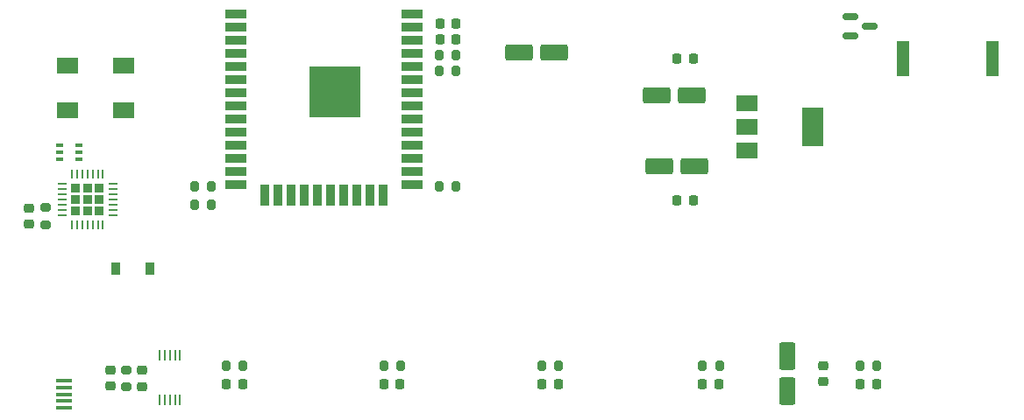
<source format=gbp>
%TF.GenerationSoftware,KiCad,Pcbnew,(6.0.0-0)*%
%TF.CreationDate,2022-02-21T20:15:32+01:00*%
%TF.ProjectId,MiliOhmMeter,4d696c69-4f68-46d4-9d65-7465722e6b69,rev?*%
%TF.SameCoordinates,Original*%
%TF.FileFunction,Paste,Bot*%
%TF.FilePolarity,Positive*%
%FSLAX46Y46*%
G04 Gerber Fmt 4.6, Leading zero omitted, Abs format (unit mm)*
G04 Created by KiCad (PCBNEW (6.0.0-0)) date 2022-02-21 20:15:32*
%MOMM*%
%LPD*%
G01*
G04 APERTURE LIST*
G04 Aperture macros list*
%AMRoundRect*
0 Rectangle with rounded corners*
0 $1 Rounding radius*
0 $2 $3 $4 $5 $6 $7 $8 $9 X,Y pos of 4 corners*
0 Add a 4 corners polygon primitive as box body*
4,1,4,$2,$3,$4,$5,$6,$7,$8,$9,$2,$3,0*
0 Add four circle primitives for the rounded corners*
1,1,$1+$1,$2,$3*
1,1,$1+$1,$4,$5*
1,1,$1+$1,$6,$7*
1,1,$1+$1,$8,$9*
0 Add four rect primitives between the rounded corners*
20,1,$1+$1,$2,$3,$4,$5,0*
20,1,$1+$1,$4,$5,$6,$7,0*
20,1,$1+$1,$6,$7,$8,$9,0*
20,1,$1+$1,$8,$9,$2,$3,0*%
G04 Aperture macros list end*
%ADD10RoundRect,0.225000X-0.250000X0.225000X-0.250000X-0.225000X0.250000X-0.225000X0.250000X0.225000X0*%
%ADD11RoundRect,0.225000X0.225000X0.250000X-0.225000X0.250000X-0.225000X-0.250000X0.225000X-0.250000X0*%
%ADD12RoundRect,0.200000X-0.200000X-0.275000X0.200000X-0.275000X0.200000X0.275000X-0.200000X0.275000X0*%
%ADD13RoundRect,0.200000X0.200000X0.275000X-0.200000X0.275000X-0.200000X-0.275000X0.200000X-0.275000X0*%
%ADD14R,0.250000X1.100000*%
%ADD15RoundRect,0.250000X1.075000X0.550000X-1.075000X0.550000X-1.075000X-0.550000X1.075000X-0.550000X0*%
%ADD16R,0.900000X1.200000*%
%ADD17RoundRect,0.150000X-0.587500X-0.150000X0.587500X-0.150000X0.587500X0.150000X-0.587500X0.150000X0*%
%ADD18RoundRect,0.225000X0.250000X-0.225000X0.250000X0.225000X-0.250000X0.225000X-0.250000X-0.225000X0*%
%ADD19RoundRect,0.225000X-0.225000X-0.250000X0.225000X-0.250000X0.225000X0.250000X-0.225000X0.250000X0*%
%ADD20RoundRect,0.250000X-1.075000X-0.550000X1.075000X-0.550000X1.075000X0.550000X-1.075000X0.550000X0*%
%ADD21RoundRect,0.200000X-0.275000X0.200000X-0.275000X-0.200000X0.275000X-0.200000X0.275000X0.200000X0*%
%ADD22RoundRect,0.225000X0.225000X-0.225000X0.225000X0.225000X-0.225000X0.225000X-0.225000X-0.225000X0*%
%ADD23RoundRect,0.062500X0.062500X-0.337500X0.062500X0.337500X-0.062500X0.337500X-0.062500X-0.337500X0*%
%ADD24RoundRect,0.062500X0.337500X-0.062500X0.337500X0.062500X-0.337500X0.062500X-0.337500X-0.062500X0*%
%ADD25RoundRect,0.250000X0.550000X-1.075000X0.550000X1.075000X-0.550000X1.075000X-0.550000X-1.075000X0*%
%ADD26R,1.500000X0.450000*%
%ADD27R,2.000000X1.600000*%
%ADD28R,0.650000X0.400000*%
%ADD29R,1.300000X3.400000*%
%ADD30R,2.000000X1.500000*%
%ADD31R,2.000000X3.800000*%
%ADD32R,2.000000X0.900000*%
%ADD33R,0.900000X2.000000*%
%ADD34R,5.000000X5.000000*%
G04 APERTURE END LIST*
D10*
%TO.C,C8*%
X69850000Y-109156200D03*
X69850000Y-110706200D03*
%TD*%
D11*
%TO.C,C5*%
X109995000Y-110490000D03*
X108445000Y-110490000D03*
%TD*%
D10*
%TO.C,C1*%
X66751200Y-109130800D03*
X66751200Y-110680800D03*
%TD*%
D12*
%TO.C,R7*%
X98514400Y-91338400D03*
X100164400Y-91338400D03*
%TD*%
D11*
%TO.C,C15*%
X140729000Y-110490000D03*
X139179000Y-110490000D03*
%TD*%
D13*
%TO.C,R2*%
X94805000Y-108712000D03*
X93155000Y-108712000D03*
%TD*%
D11*
%TO.C,C6*%
X125489000Y-110490000D03*
X123939000Y-110490000D03*
%TD*%
D14*
%TO.C,U2*%
X73491600Y-112005000D03*
X72991600Y-112005000D03*
X72491600Y-112005000D03*
X71991600Y-112005000D03*
X71491600Y-112005000D03*
X71491600Y-107705000D03*
X71991600Y-107705000D03*
X72491600Y-107705000D03*
X72991600Y-107705000D03*
X73491600Y-107705000D03*
%TD*%
D15*
%TO.C,C13*%
X122858400Y-82524600D03*
X119508400Y-82524600D03*
%TD*%
D16*
%TO.C,D1*%
X70534800Y-99314000D03*
X67234800Y-99314000D03*
%TD*%
D13*
%TO.C,R3*%
X110045000Y-108712000D03*
X108395000Y-108712000D03*
%TD*%
D17*
%TO.C,Q2*%
X138203700Y-76794400D03*
X138203700Y-74894400D03*
X140078700Y-75844400D03*
%TD*%
D18*
%TO.C,C17*%
X135636000Y-110249000D03*
X135636000Y-108699000D03*
%TD*%
D12*
%TO.C,R11*%
X98514400Y-78638400D03*
X100164400Y-78638400D03*
%TD*%
D19*
%TO.C,C7*%
X98564400Y-77114400D03*
X100114400Y-77114400D03*
%TD*%
D11*
%TO.C,C4*%
X94742000Y-110490000D03*
X93192000Y-110490000D03*
%TD*%
D13*
%TO.C,R6*%
X100164400Y-80162400D03*
X98514400Y-80162400D03*
%TD*%
D20*
%TO.C,C9*%
X106224200Y-78359000D03*
X109574200Y-78359000D03*
%TD*%
D21*
%TO.C,R12*%
X60502800Y-93383600D03*
X60502800Y-95033600D03*
%TD*%
D13*
%TO.C,R5*%
X140779000Y-108712000D03*
X139129000Y-108712000D03*
%TD*%
D22*
%TO.C,U1*%
X64541400Y-92608400D03*
X65661400Y-91488400D03*
X63421400Y-92608400D03*
X65661400Y-92608400D03*
X63421400Y-93728400D03*
X64541400Y-91488400D03*
X65661400Y-93728400D03*
X64541400Y-93728400D03*
X63421400Y-91488400D03*
D23*
X66041400Y-95058400D03*
X65541400Y-95058400D03*
X65041400Y-95058400D03*
X64541400Y-95058400D03*
X64041400Y-95058400D03*
X63541400Y-95058400D03*
X63041400Y-95058400D03*
D24*
X62091400Y-94108400D03*
X62091400Y-93608400D03*
X62091400Y-93108400D03*
X62091400Y-92608400D03*
X62091400Y-92108400D03*
X62091400Y-91608400D03*
X62091400Y-91108400D03*
D23*
X63041400Y-90158400D03*
X63541400Y-90158400D03*
X64041400Y-90158400D03*
X64541400Y-90158400D03*
X65041400Y-90158400D03*
X65541400Y-90158400D03*
X66041400Y-90158400D03*
D24*
X66991400Y-91108400D03*
X66991400Y-91608400D03*
X66991400Y-92108400D03*
X66991400Y-92608400D03*
X66991400Y-93108400D03*
X66991400Y-93608400D03*
X66991400Y-94108400D03*
%TD*%
D13*
%TO.C,R1*%
X79565000Y-108712000D03*
X77915000Y-108712000D03*
%TD*%
D25*
%TO.C,C16*%
X132130800Y-111149000D03*
X132130800Y-107799000D03*
%TD*%
D18*
%TO.C,C2*%
X58928000Y-94983600D03*
X58928000Y-93433600D03*
%TD*%
D26*
%TO.C,J1*%
X62264800Y-112755200D03*
X62264800Y-112105200D03*
X62264800Y-111455200D03*
X62264800Y-110805200D03*
X62264800Y-110155200D03*
%TD*%
D11*
%TO.C,C11*%
X123050600Y-92684600D03*
X121500600Y-92684600D03*
%TD*%
D27*
%TO.C,SW6*%
X68003400Y-79654400D03*
X62603400Y-79654400D03*
%TD*%
D21*
%TO.C,R8*%
X68300600Y-109106200D03*
X68300600Y-110756200D03*
%TD*%
D13*
%TO.C,R4*%
X125589800Y-108712000D03*
X123939800Y-108712000D03*
%TD*%
D28*
%TO.C,Q1*%
X63713400Y-87386400D03*
X63713400Y-88036400D03*
X63713400Y-88686400D03*
X61813400Y-88686400D03*
X61813400Y-88036400D03*
X61813400Y-87386400D03*
%TD*%
D19*
%TO.C,C14*%
X98564400Y-75590400D03*
X100114400Y-75590400D03*
%TD*%
D29*
%TO.C,BZ1*%
X151974800Y-78943200D03*
X143274800Y-78943200D03*
%TD*%
D27*
%TO.C,SW5*%
X68003400Y-83972400D03*
X62603400Y-83972400D03*
%TD*%
D12*
%TO.C,R14*%
X74892400Y-93116400D03*
X76542400Y-93116400D03*
%TD*%
D30*
%TO.C,U4*%
X128269600Y-87898000D03*
D31*
X134569606Y-85598000D03*
D30*
X128269600Y-85598000D03*
X128269600Y-83298000D03*
%TD*%
D13*
%TO.C,R9*%
X76542400Y-91338400D03*
X74892400Y-91338400D03*
%TD*%
D32*
%TO.C,MOD1*%
X95901400Y-74701400D03*
X95901400Y-75971400D03*
X95901400Y-77241400D03*
X95901400Y-78511400D03*
X95901400Y-79781400D03*
X95901400Y-81051400D03*
X95901400Y-82321400D03*
X95901400Y-83591400D03*
X95901400Y-84861400D03*
X95901400Y-86131400D03*
X95901400Y-87401400D03*
X95901400Y-88671400D03*
X95901400Y-89941400D03*
X95901400Y-91211400D03*
D33*
X93116400Y-92211400D03*
X91846400Y-92211400D03*
X90576400Y-92211400D03*
X89306400Y-92211400D03*
X88036400Y-92211400D03*
X86766400Y-92211400D03*
X85496400Y-92211400D03*
X84226400Y-92211400D03*
X82956400Y-92211400D03*
X81686400Y-92211400D03*
D32*
X78901400Y-91211400D03*
X78901400Y-89941400D03*
X78901400Y-88671400D03*
X78901400Y-87401400D03*
X78901400Y-86131400D03*
X78901400Y-84861400D03*
X78901400Y-83591400D03*
X78901400Y-82321400D03*
X78901400Y-81051400D03*
X78901400Y-79781400D03*
X78901400Y-78511400D03*
X78901400Y-77241400D03*
X78901400Y-75971400D03*
X78901400Y-74701400D03*
D34*
X88401400Y-82201400D03*
%TD*%
D11*
%TO.C,C12*%
X123050600Y-78968600D03*
X121500600Y-78968600D03*
%TD*%
%TO.C,C3*%
X79515000Y-110490000D03*
X77965000Y-110490000D03*
%TD*%
D15*
%TO.C,C10*%
X123112400Y-89382600D03*
X119762400Y-89382600D03*
%TD*%
M02*

</source>
